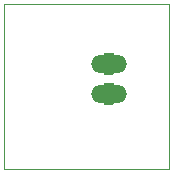
<source format=gbr>
G75*
G70*
%OFA0B0*%
%FSLAX24Y24*%
%IPPOS*%
%LPD*%
%AMOC8*
5,1,8,0,0,1.08239X$1,22.5*
%
%ADD10C,0.0000*%
%ADD11O,0.1192X0.0596*%
%AMTHD12X*
1,1,0.0760,0,0*
1,0,0.0560,0,0*
21,0,0.0780,0.0200,0,0,45*
21,0,0.0780,0.0200,0,0,135*%
%ADD12THD12X*%
D10*
X000181Y000181D02*
X005681Y000181D01*
X005681Y005681D01*
X000181Y005681D01*
X000181Y000181D01*
D11*
X003681Y002681D03*
X003681Y003681D03*
D12*
X003681Y003681D03*
X003681Y002681D03*
M02*

</source>
